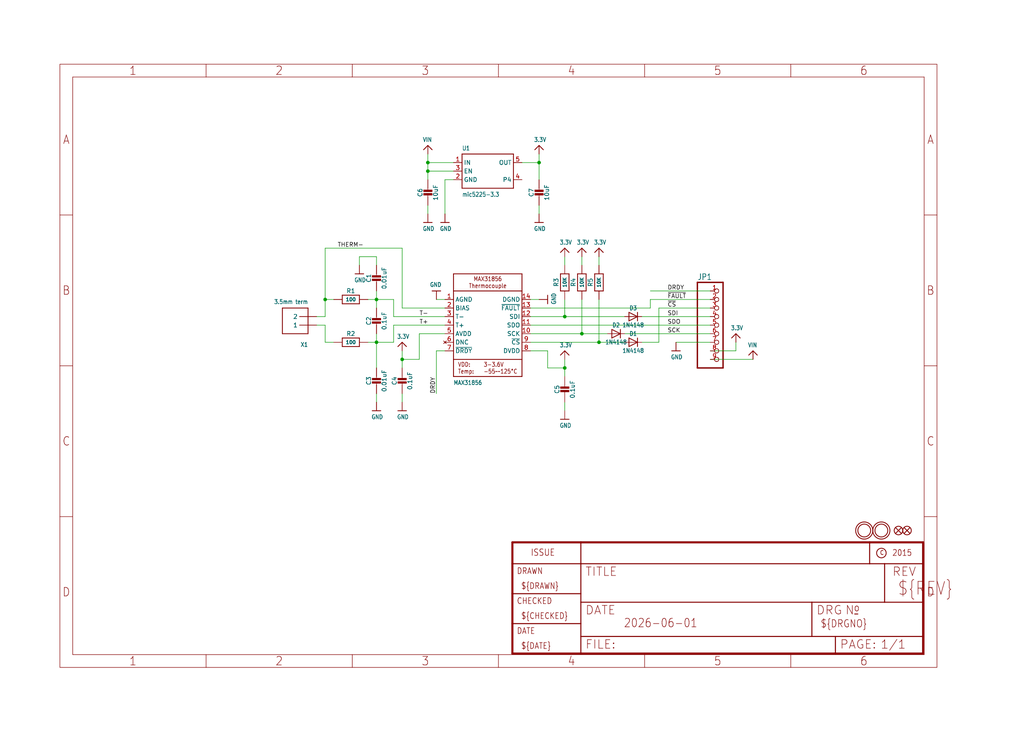
<source format=kicad_sch>
(kicad_sch (version 20230121) (generator eeschema)
  (paper "User" 303.962 217.322)
  (lib_symbols
    (symbol "working-eagle-import:3.3V" (power)
      (property "Value" "3.3V" (at -1.524 1.016 0))
      (symbol "3.3V_1_0"
        (polyline (pts (xy -1.27 -1.27) (xy 0 0)) (stroke (width 0.254)))
        (polyline (pts (xy 0 0) (xy 1.27 -1.27)) (stroke (width 0.254)))
        (pin power_in line (at 0 -2.54 90) (length 2.54) (name "3.3V") (number "1"))
      )
    )
    (symbol "working-eagle-import:CAP_CERAMIC0805-NOOUTLINE"
      (property "Reference" "C" (at -2.29 1.25 90))
      (symbol "CAP_CERAMIC0805-NOOUTLINE_1_0"
        (rectangle (start -1.27 0.508) (end 1.27 1.016) (fill (type outline)))
        (rectangle (start -1.27 1.524) (end 1.27 2.032) (fill (type outline)))
        (polyline (pts (xy 0 0.762) (xy 0 0)) (stroke (width 0.1524)))
        (polyline (pts (xy 0 2.54) (xy 0 1.778)) (stroke (width 0.1524)))
        (pin passive line (at 0 5.08 270) (length 2.54) (name "1") (number "1"))
        (pin passive line (at 0 -2.54 90) (length 2.54) (name "2") (number "2"))
      )
    )
    (symbol "working-eagle-import:CAP_CERAMIC0805_10MGAP"
      (property "Reference" "C" (at -2.29 1.25 90))
      (symbol "CAP_CERAMIC0805_10MGAP_1_0"
        (rectangle (start -1.27 0.508) (end 1.27 1.016) (fill (type outline)))
        (rectangle (start -1.27 1.524) (end 1.27 2.032) (fill (type outline)))
        (polyline (pts (xy 0 0.762) (xy 0 0)) (stroke (width 0.1524)))
        (polyline (pts (xy 0 2.54) (xy 0 1.778)) (stroke (width 0.1524)))
        (pin passive line (at 0 5.08 270) (length 2.54) (name "1") (number "1"))
        (pin passive line (at 0 -2.54 90) (length 2.54) (name "2") (number "2"))
      )
    )
    (symbol "working-eagle-import:DIODESOD-323"
      (property "Reference" "D" (at 0 2.54 0))
      (symbol "DIODESOD-323_1_0"
        (polyline (pts (xy -1.27 -1.27) (xy 1.27 0)) (stroke (width 0.254)))
        (polyline (pts (xy -1.27 1.27) (xy -1.27 -1.27)) (stroke (width 0.254)))
        (polyline (pts (xy 1.27 0) (xy -1.27 1.27)) (stroke (width 0.254)))
        (polyline (pts (xy 1.27 0) (xy 1.27 -1.27)) (stroke (width 0.254)))
        (polyline (pts (xy 1.27 1.27) (xy 1.27 0)) (stroke (width 0.254)))
        (pin passive line (at -2.54 0 0) (length 2.54) (name "A") (number "A"))
        (pin passive line (at 2.54 0 180) (length 2.54) (name "C") (number "C"))
      )
    )
    (symbol "working-eagle-import:FIDUCIAL{dblquote}{dblquote}"
      (symbol "FIDUCIAL{dblquote}{dblquote}_1_0"
        (polyline (pts (xy -0.762 0.762) (xy 0.762 -0.762)) (stroke (width 0.254)))
        (polyline (pts (xy 0.762 0.762) (xy -0.762 -0.762)) (stroke (width 0.254)))
        (circle (center 0 0) (radius 1.27) (stroke (width 0.254)))
      )
    )
    (symbol "working-eagle-import:FRAME_A4"
      (symbol "FRAME_A4_1_0"
        (polyline (pts (xy 0 44.7675) (xy 3.81 44.7675)))
        (polyline (pts (xy 0 89.535) (xy 3.81 89.535)))
        (polyline (pts (xy 0 134.3025) (xy 3.81 134.3025)))
        (polyline (pts (xy 3.81 3.81) (xy 3.81 175.26)))
        (polyline (pts (xy 43.3917 0) (xy 43.3917 3.81)))
        (polyline (pts (xy 43.3917 175.26) (xy 43.3917 179.07)))
        (polyline (pts (xy 86.7833 0) (xy 86.7833 3.81)))
        (polyline (pts (xy 86.7833 175.26) (xy 86.7833 179.07)))
        (polyline (pts (xy 130.175 0) (xy 130.175 3.81)))
        (polyline (pts (xy 130.175 175.26) (xy 130.175 179.07)))
        (polyline (pts (xy 173.5667 0) (xy 173.5667 3.81)))
        (polyline (pts (xy 173.5667 175.26) (xy 173.5667 179.07)))
        (polyline (pts (xy 216.9583 0) (xy 216.9583 3.81)))
        (polyline (pts (xy 216.9583 175.26) (xy 216.9583 179.07)))
        (polyline (pts (xy 256.54 3.81) (xy 3.81 3.81)))
        (polyline (pts (xy 256.54 3.81) (xy 256.54 8.89)) (stroke (width 0.1016)))
        (polyline (pts (xy 256.54 3.81) (xy 256.54 175.26)))
        (polyline (pts (xy 256.54 8.89) (xy 256.54 13.97)) (stroke (width 0.1016)))
        (polyline (pts (xy 256.54 13.97) (xy 256.54 19.05)) (stroke (width 0.1016)))
        (polyline (pts (xy 256.54 19.05) (xy 256.54 36.83)) (stroke (width 0.1016)))
        (polyline (pts (xy 256.54 44.7675) (xy 260.35 44.7675)))
        (polyline (pts (xy 256.54 89.535) (xy 260.35 89.535)))
        (polyline (pts (xy 256.54 134.3025) (xy 260.35 134.3025)))
        (polyline (pts (xy 256.54 175.26) (xy 3.81 175.26)))
        (polyline (pts (xy 0 0) (xy 260.35 0) (xy 260.35 179.07) (xy 0 179.07) (xy 0 0)))
        (text "1" (at 21.6958 1.905 0) (effects (font (size 2.54 2.286))))
        (text "1" (at 21.6958 177.165 0) (effects (font (size 2.54 2.286))))
        (text "2" (at 65.0875 1.905 0) (effects (font (size 2.54 2.286))))
        (text "2" (at 65.0875 177.165 0) (effects (font (size 2.54 2.286))))
        (text "3" (at 108.4792 1.905 0) (effects (font (size 2.54 2.286))))
        (text "3" (at 108.4792 177.165 0) (effects (font (size 2.54 2.286))))
        (text "4" (at 151.8708 1.905 0) (effects (font (size 2.54 2.286))))
        (text "4" (at 151.8708 177.165 0) (effects (font (size 2.54 2.286))))
        (text "5" (at 195.2625 1.905 0) (effects (font (size 2.54 2.286))))
        (text "5" (at 195.2625 177.165 0) (effects (font (size 2.54 2.286))))
        (text "6" (at 238.6542 1.905 0) (effects (font (size 2.54 2.286))))
        (text "6" (at 238.6542 177.165 0) (effects (font (size 2.54 2.286))))
        (text "A" (at 1.905 156.6863 0) (effects (font (size 2.54 2.286))))
        (text "A" (at 258.445 156.6863 0) (effects (font (size 2.54 2.286))))
        (text "B" (at 1.905 111.9188 0) (effects (font (size 2.54 2.286))))
        (text "B" (at 258.445 111.9188 0) (effects (font (size 2.54 2.286))))
        (text "C" (at 1.905 67.1513 0) (effects (font (size 2.54 2.286))))
        (text "C" (at 258.445 67.1513 0) (effects (font (size 2.54 2.286))))
        (text "D" (at 1.905 22.3838 0) (effects (font (size 2.54 2.286))))
        (text "D" (at 258.445 22.3838 0) (effects (font (size 2.54 2.286))))
      )
      (symbol "FRAME_A4_2_0"
        (polyline (pts (xy -0.3048 1.5748) (xy 20.0152 1.5748)) (stroke (width 0.6096)))
        (polyline (pts (xy -0.3048 10.4648) (xy -0.3048 1.5748)) (stroke (width 0.6096)))
        (polyline (pts (xy -0.3048 10.4648) (xy 20.0152 10.4648)) (stroke (width 0.3048)))
        (polyline (pts (xy -0.3048 19.3548) (xy -0.3048 10.4648)) (stroke (width 0.6096)))
        (polyline (pts (xy -0.3048 19.3548) (xy 20.0152 19.3548)) (stroke (width 0.3048)))
        (polyline (pts (xy -0.3048 28.2448) (xy -0.3048 19.3548)) (stroke (width 0.6096)))
        (polyline (pts (xy -0.3048 28.2448) (xy 20.0152 28.2448)) (stroke (width 0.3048)))
        (polyline (pts (xy -0.3048 34.5948) (xy -0.3048 28.2448)) (stroke (width 0.6096)))
        (polyline (pts (xy 20.0152 1.5748) (xy 20.0152 6.6548)) (stroke (width 0.3048)))
        (polyline (pts (xy 20.0152 1.5748) (xy 95.5802 1.5748)) (stroke (width 0.6096)))
        (polyline (pts (xy 20.0152 6.6548) (xy 20.0152 10.4648)) (stroke (width 0.3048)))
        (polyline (pts (xy 20.0152 6.6548) (xy 88.5952 6.6548)) (stroke (width 0.3048)))
        (polyline (pts (xy 20.0152 10.4648) (xy 20.0152 16.8148)) (stroke (width 0.3048)))
        (polyline (pts (xy 20.0152 16.8148) (xy 20.0152 19.3548)) (stroke (width 0.3048)))
        (polyline (pts (xy 20.0152 19.3548) (xy 20.0152 28.2448)) (stroke (width 0.3048)))
        (polyline (pts (xy 20.0152 28.2448) (xy 20.0152 34.5948)) (stroke (width 0.3048)))
        (polyline (pts (xy 20.0152 28.2448) (xy 105.7402 28.2448)) (stroke (width 0.3048)))
        (polyline (pts (xy 20.0152 34.5948) (xy -0.3048 34.5948)) (stroke (width 0.6096)))
        (polyline (pts (xy 88.5952 6.6548) (xy 95.5802 6.6548)) (stroke (width 0.3048)))
        (polyline (pts (xy 88.5952 16.8148) (xy 20.0152 16.8148)) (stroke (width 0.3048)))
        (polyline (pts (xy 88.5952 16.8148) (xy 88.5952 6.6548)) (stroke (width 0.3048)))
        (polyline (pts (xy 95.5802 1.5748) (xy 121.6152 1.5748)) (stroke (width 0.6096)))
        (polyline (pts (xy 95.5802 6.6548) (xy 95.5802 1.5748)) (stroke (width 0.3048)))
        (polyline (pts (xy 95.5802 6.6548) (xy 121.6152 6.6548)) (stroke (width 0.3048)))
        (polyline (pts (xy 101.2952 13.3223) (xy 102.2477 13.3223)) (stroke (width 0.254)))
        (polyline (pts (xy 105.7402 28.2448) (xy 105.7402 34.5948)) (stroke (width 0.3048)))
        (polyline (pts (xy 105.7402 28.2448) (xy 110.1852 28.2448)) (stroke (width 0.3048)))
        (polyline (pts (xy 105.7402 34.5948) (xy 20.0152 34.5948)) (stroke (width 0.6096)))
        (polyline (pts (xy 110.1852 16.8148) (xy 88.5952 16.8148)) (stroke (width 0.3048)))
        (polyline (pts (xy 110.1852 28.2448) (xy 110.1852 16.8148)) (stroke (width 0.3048)))
        (polyline (pts (xy 110.1852 28.2448) (xy 121.6152 28.2448)) (stroke (width 0.3048)))
        (polyline (pts (xy 121.6152 6.6548) (xy 121.6152 1.5748)) (stroke (width 0.6096)))
        (polyline (pts (xy 121.6152 16.8148) (xy 110.1852 16.8148)) (stroke (width 0.3048)))
        (polyline (pts (xy 121.6152 16.8148) (xy 121.6152 6.6548)) (stroke (width 0.6096)))
        (polyline (pts (xy 121.6152 28.2448) (xy 121.6152 16.8148)) (stroke (width 0.6096)))
        (polyline (pts (xy 121.6152 34.5948) (xy 105.7402 34.5948)) (stroke (width 0.6096)))
        (polyline (pts (xy 121.6152 34.5948) (xy 121.6152 28.2448)) (stroke (width 0.6096)))
        (circle (center 109.2327 31.4198) (radius 1.4199) (stroke (width 0.254)))
        (text "${#}/${##}" (at 108.9152 2.8448 0) (effects (font (size 2.54 2.54)) (justify left bottom)))
        (text "${CHECKED}" (at 2.2352 11.7348 0) (effects (font (size 1.778 1.5113)) (justify left bottom)))
        (text "${COMPANY}" (at 23.349 29.6735 0) (effects (font (size 3.175 2.6987) (thickness 0.5397) bold) (justify left bottom)))
        (text "${CURRENT_DATE}" (at 32.7152 9.1948 0) (effects (font (size 2.54 2.159)) (justify left bottom)))
        (text "${DATE}" (at 2.2352 2.8448 0) (effects (font (size 1.778 1.5113)) (justify left bottom)))
        (text "${DRAWN}" (at 2.2352 20.6248 0) (effects (font (size 1.778 1.5113)) (justify left bottom)))
        (text "${DRGNO}" (at 91.1352 9.1948 0) (effects (font (size 2.1844 1.8567)) (justify left bottom)))
        (text "${PROJECTNAME}" (at 33.0327 2.8448 0) (effects (font (size 2.54 2.159)) (justify left bottom)))
        (text "${REV}" (at 113.9952 18.7198 0) (effects (font (size 3.81 3.2385)) (justify left bottom)))
        (text "2015" (at 112.4077 30.4673 0) (effects (font (size 1.778 1.5113)) (justify left bottom)))
        (text "C" (at 108.7564 30.7848 0) (effects (font (size 1.27 1.0795)) (justify left bottom)))
        (text "CHECKED" (at 0.9652 16.1798 0) (effects (font (size 1.778 1.5113)) (justify left bottom)))
        (text "DATE" (at 0.9652 7.2898 0) (effects (font (size 1.778 1.5113)) (justify left bottom)))
        (text "DATE" (at 21.2852 13.0048 0) (effects (font (size 2.54 2.54)) (justify left bottom)))
        (text "DRAWN" (at 0.9652 25.0698 0) (effects (font (size 1.778 1.5113)) (justify left bottom)))
        (text "DRG" (at 89.8652 13.0048 0) (effects (font (size 2.54 2.54)) (justify left bottom)))
        (text "FILE:" (at 21.2852 2.8448 0) (effects (font (size 2.54 2.54)) (justify left bottom)))
        (text "ISSUE" (at 5.0927 30.4673 0) (effects (font (size 1.9304 1.6408)) (justify left bottom)))
        (text "N" (at 98.4377 13.0048 0) (effects (font (size 2.54 2.54)) (justify left bottom)))
        (text "o" (at 100.9777 13.9573 0) (effects (font (size 2.1844 1.8567)) (justify left bottom)))
        (text "PAGE:" (at 96.8502 2.8448 0) (effects (font (size 2.54 2.54)) (justify left bottom)))
        (text "REV" (at 112.4077 24.4348 0) (effects (font (size 2.54 2.54)) (justify left bottom)))
        (text "TITLE" (at 21.2852 24.4348 0) (effects (font (size 2.54 2.54)) (justify left bottom)))
      )
    )
    (symbol "working-eagle-import:GND" (power)
      (property "Value" "GND" (at -1.524 -2.54 0))
      (symbol "GND_1_0"
        (polyline (pts (xy -1.27 0) (xy 1.27 0)) (stroke (width 0.254)))
        (pin power_in line (at 0 2.54 270) (length 2.54) (name "GND") (number "1"))
      )
    )
    (symbol "working-eagle-import:HEADER-1X970MIL"
      (property "Reference" "JP" (at -6.35 13.335 0))
      (symbol "HEADER-1X970MIL_1_0"
        (polyline (pts (xy -6.35 -12.7) (xy 1.27 -12.7)) (stroke (width 0.4064)))
        (polyline (pts (xy -6.35 12.7) (xy -6.35 -12.7)) (stroke (width 0.4064)))
        (polyline (pts (xy 1.27 -12.7) (xy 1.27 12.7)) (stroke (width 0.4064)))
        (polyline (pts (xy 1.27 12.7) (xy -6.35 12.7)) (stroke (width 0.4064)))
        (pin passive inverted (at -2.54 10.16 0) (length 2.54) (name "1") (number "1"))
        (pin passive inverted (at -2.54 7.62 0) (length 2.54) (name "2") (number "2"))
        (pin passive inverted (at -2.54 5.08 0) (length 2.54) (name "3") (number "3"))
        (pin passive inverted (at -2.54 2.54 0) (length 2.54) (name "4") (number "4"))
        (pin passive inverted (at -2.54 0 0) (length 2.54) (name "5") (number "5"))
        (pin passive inverted (at -2.54 -2.54 0) (length 2.54) (name "6") (number "6"))
        (pin passive inverted (at -2.54 -5.08 0) (length 2.54) (name "7") (number "7"))
        (pin passive inverted (at -2.54 -7.62 0) (length 2.54) (name "8") (number "8"))
        (pin passive inverted (at -2.54 -10.16 0) (length 2.54) (name "9") (number "9"))
      )
    )
    (symbol "working-eagle-import:MAX31856"
      (symbol "MAX31856_1_0"
        (polyline (pts (xy -10.16 -15.24) (xy 10.16 -15.24)) (stroke (width 0.254)))
        (polyline (pts (xy -10.16 -10.16) (xy -10.16 -15.24)) (stroke (width 0.254)))
        (polyline (pts (xy -10.16 -10.16) (xy -10.16 10.16)) (stroke (width 0.254)))
        (polyline (pts (xy -10.16 10.16) (xy -10.16 15.24)) (stroke (width 0.254)))
        (polyline (pts (xy -10.16 10.16) (xy 10.16 10.16)) (stroke (width 0.254)))
        (polyline (pts (xy -10.16 15.24) (xy 10.16 15.24)) (stroke (width 0.254)))
        (polyline (pts (xy 10.16 -15.24) (xy 10.16 -10.16)) (stroke (width 0.254)))
        (polyline (pts (xy 10.16 -10.16) (xy -10.16 -10.16)) (stroke (width 0.254)))
        (polyline (pts (xy 10.16 10.16) (xy 10.16 -10.16)) (stroke (width 0.254)))
        (polyline (pts (xy 10.16 15.24) (xy 10.16 10.16)) (stroke (width 0.254)))
        (text "3-3.6V\n-55~~125°C" (at -1.27 -12.7 0) (effects (font (size 1.27 1.0795)) (justify left)))
        (text "MAX31856\nThermocouple" (at 0 12.7 0) (effects (font (size 1.27 1.0795))))
        (text "VDD:\nTemp:" (at -8.89 -12.7 0) (effects (font (size 1.27 1.0795)) (justify left)))
        (pin power_in line (at -12.7 7.62 0) (length 2.54) (name "AGND") (number "1"))
        (pin input line (at 12.7 -2.54 180) (length 2.54) (name "SCK") (number "10"))
        (pin output line (at 12.7 0 180) (length 2.54) (name "SDO") (number "11"))
        (pin input line (at 12.7 2.54 180) (length 2.54) (name "SDI") (number "12"))
        (pin output line (at 12.7 5.08 180) (length 2.54) (name "~{FAULT}") (number "13"))
        (pin power_in line (at 12.7 7.62 180) (length 2.54) (name "DGND") (number "14"))
        (pin power_in line (at -12.7 5.08 0) (length 2.54) (name "BIAS") (number "2"))
        (pin input line (at -12.7 2.54 0) (length 2.54) (name "T-") (number "3"))
        (pin input line (at -12.7 0 0) (length 2.54) (name "T+") (number "4"))
        (pin power_in line (at -12.7 -2.54 0) (length 2.54) (name "AVDD") (number "5"))
        (pin no_connect line (at -12.7 -5.08 0) (length 2.54) (name "DNC") (number "6"))
        (pin output line (at -12.7 -7.62 0) (length 2.54) (name "~{DRDY}") (number "7"))
        (pin power_in line (at 12.7 -7.62 180) (length 2.54) (name "DVDD") (number "8"))
        (pin input line (at 12.7 -5.08 180) (length 2.54) (name "~{CS}") (number "9"))
      )
    )
    (symbol "working-eagle-import:MOUNTINGHOLE2.5"
      (symbol "MOUNTINGHOLE2.5_1_0"
        (circle (center 0 0) (radius 1.905) (stroke (width 0.254)))
        (circle (center 0 0) (radius 2.54) (stroke (width 0.254)))
      )
    )
    (symbol "working-eagle-import:RESISTOR0805_NOOUTLINE"
      (property "Reference" "R" (at 0 2.54 0))
      (symbol "RESISTOR0805_NOOUTLINE_1_0"
        (polyline (pts (xy -2.54 -1.27) (xy -2.54 1.27)) (stroke (width 0.254)))
        (polyline (pts (xy -2.54 1.27) (xy 2.54 1.27)) (stroke (width 0.254)))
        (polyline (pts (xy 2.54 -1.27) (xy -2.54 -1.27)) (stroke (width 0.254)))
        (polyline (pts (xy 2.54 1.27) (xy 2.54 -1.27)) (stroke (width 0.254)))
        (pin passive line (at -5.08 0 0) (length 2.54) (name "1") (number "1"))
        (pin passive line (at 5.08 0 180) (length 2.54) (name "2") (number "2"))
      )
    )
    (symbol "working-eagle-import:TERMBLOCK_1X2"
      (property "Reference" "X" (at -2.54 7.62 0))
      (symbol "TERMBLOCK_1X2_1_0"
        (polyline (pts (xy -2.54 -2.54) (xy 5.08 -2.54)) (stroke (width 0.254)))
        (polyline (pts (xy -2.54 5.08) (xy -2.54 -2.54)) (stroke (width 0.254)))
        (polyline (pts (xy 5.08 -2.54) (xy 5.08 5.08)) (stroke (width 0.254)))
        (polyline (pts (xy 5.08 5.08) (xy -2.54 5.08)) (stroke (width 0.254)))
        (pin passive line (at -5.08 2.54 0) (length 5.08) (name "1") (number "1"))
        (pin passive line (at -5.08 0 0) (length 5.08) (name "2") (number "2"))
      )
    )
    (symbol "working-eagle-import:VIN" (power)
      (property "Value" "VIN" (at -1.524 1.016 0))
      (symbol "VIN_1_0"
        (polyline (pts (xy -1.27 -1.27) (xy 0 0)) (stroke (width 0.254)))
        (polyline (pts (xy 0 0) (xy 1.27 -1.27)) (stroke (width 0.254)))
        (pin power_in line (at 0 -2.54 90) (length 2.54) (name "VIN") (number "1"))
      )
    )
    (symbol "working-eagle-import:VREG_SOT23-5"
      (property "Reference" "U" (at -7.62 6.096 0))
      (symbol "VREG_SOT23-5_1_0"
        (polyline (pts (xy -7.62 -5.08) (xy -7.62 5.08)) (stroke (width 0.254)))
        (polyline (pts (xy -7.62 5.08) (xy 7.62 5.08)) (stroke (width 0.254)))
        (polyline (pts (xy 7.62 -5.08) (xy -7.62 -5.08)) (stroke (width 0.254)))
        (polyline (pts (xy 7.62 5.08) (xy 7.62 -5.08)) (stroke (width 0.254)))
        (pin power_in line (at -10.16 2.54 0) (length 2.54) (name "IN") (number "1"))
        (pin power_in line (at -10.16 -2.54 0) (length 2.54) (name "GND") (number "2"))
        (pin input line (at -10.16 0 0) (length 2.54) (name "EN") (number "3"))
        (pin bidirectional line (at 10.16 -2.54 180) (length 2.54) (name "P4") (number "4"))
        (pin power_in line (at 10.16 2.54 180) (length 2.54) (name "OUT") (number "5"))
      )
    )
  )
  (junction (at 127 48.26))
  (junction (at 172.72 99.06))
  (junction (at 111.76 101.6))
  (junction (at 160.02 48.26))
  (junction (at 96.52 88.9))
  (junction (at 177.8 101.6))
  (junction (at 167.64 93.98))
  (junction (at 167.64 109.22))
  (junction (at 119.38 106.68))
  (junction (at 127 50.8))
  (junction (at 111.76 88.9))
  (wire (pts (xy 172.72 78.74) (xy 172.72 76.2)) (stroke (width 0.1524)))
  (wire (pts (xy 157.48 96.52) (xy 210.82 96.52)) (stroke (width 0.1524)))
  (wire (pts (xy 119.38 91.44) (xy 119.38 73.66)) (stroke (width 0.1524)))
  (wire (pts (xy 162.56 104.14) (xy 162.56 109.22)) (stroke (width 0.1524)))
  (wire (pts (xy 160.02 48.26) (xy 160.02 45.72)) (stroke (width 0.1524)))
  (wire (pts (xy 96.52 96.52) (xy 96.52 101.6)) (stroke (width 0.1524)))
  (wire (pts (xy 93.98 93.98) (xy 96.52 93.98)) (stroke (width 0.1524)))
  (wire (pts (xy 93.98 96.52) (xy 96.52 96.52)) (stroke (width 0.1524)))
  (wire (pts (xy 132.08 99.06) (xy 124.46 99.06)) (stroke (width 0.1524)))
  (wire (pts (xy 193.04 88.9) (xy 210.82 88.9)) (stroke (width 0.1524)))
  (wire (pts (xy 132.08 53.34) (xy 132.08 63.5)) (stroke (width 0.1524)))
  (wire (pts (xy 172.72 88.9) (xy 172.72 99.06)) (stroke (width 0.1524)))
  (wire (pts (xy 106.68 78.74) (xy 106.68 76.2)) (stroke (width 0.1524)))
  (wire (pts (xy 172.72 99.06) (xy 180.34 99.06)) (stroke (width 0.1524)))
  (wire (pts (xy 96.52 93.98) (xy 96.52 88.9)) (stroke (width 0.1524)))
  (wire (pts (xy 162.56 109.22) (xy 167.64 109.22)) (stroke (width 0.1524)))
  (wire (pts (xy 132.08 104.14) (xy 129.54 104.14)) (stroke (width 0.1524)))
  (wire (pts (xy 111.76 101.6) (xy 111.76 109.22)) (stroke (width 0.1524)))
  (wire (pts (xy 119.38 73.66) (xy 96.52 73.66)) (stroke (width 0.1524)))
  (wire (pts (xy 119.38 106.68) (xy 119.38 109.22)) (stroke (width 0.1524)))
  (wire (pts (xy 111.76 101.6) (xy 116.84 101.6)) (stroke (width 0.1524)))
  (wire (pts (xy 210.82 101.6) (xy 200.66 101.6)) (stroke (width 0.1524)))
  (wire (pts (xy 218.44 104.14) (xy 218.44 101.6)) (stroke (width 0.1524)))
  (wire (pts (xy 96.52 73.66) (xy 96.52 88.9)) (stroke (width 0.1524)))
  (wire (pts (xy 185.42 99.06) (xy 210.82 99.06)) (stroke (width 0.1524)))
  (wire (pts (xy 116.84 93.98) (xy 116.84 88.9)) (stroke (width 0.1524)))
  (wire (pts (xy 127 50.8) (xy 127 48.26)) (stroke (width 0.1524)))
  (wire (pts (xy 157.48 104.14) (xy 162.56 104.14)) (stroke (width 0.1524)))
  (wire (pts (xy 167.64 78.74) (xy 167.64 76.2)) (stroke (width 0.1524)))
  (wire (pts (xy 210.82 106.68) (xy 223.52 106.68)) (stroke (width 0.1524)))
  (wire (pts (xy 96.52 101.6) (xy 99.06 101.6)) (stroke (width 0.1524)))
  (wire (pts (xy 132.08 91.44) (xy 119.38 91.44)) (stroke (width 0.1524)))
  (wire (pts (xy 160.02 60.96) (xy 160.02 63.5)) (stroke (width 0.1524)))
  (wire (pts (xy 124.46 106.68) (xy 119.38 106.68)) (stroke (width 0.1524)))
  (wire (pts (xy 106.68 76.2) (xy 111.76 76.2)) (stroke (width 0.1524)))
  (wire (pts (xy 190.5 93.98) (xy 210.82 93.98)) (stroke (width 0.1524)))
  (wire (pts (xy 116.84 96.52) (xy 132.08 96.52)) (stroke (width 0.1524)))
  (wire (pts (xy 127 48.26) (xy 127 45.72)) (stroke (width 0.1524)))
  (wire (pts (xy 111.76 76.2) (xy 111.76 78.74)) (stroke (width 0.1524)))
  (wire (pts (xy 190.5 101.6) (xy 195.58 101.6)) (stroke (width 0.1524)))
  (wire (pts (xy 210.82 104.14) (xy 218.44 104.14)) (stroke (width 0.1524)))
  (wire (pts (xy 157.48 88.9) (xy 160.02 88.9)) (stroke (width 0.1524)))
  (wire (pts (xy 154.94 48.26) (xy 160.02 48.26)) (stroke (width 0.1524)))
  (wire (pts (xy 127 60.96) (xy 127 63.5)) (stroke (width 0.1524)))
  (wire (pts (xy 132.08 88.9) (xy 129.54 88.9)) (stroke (width 0.1524)))
  (wire (pts (xy 109.22 101.6) (xy 111.76 101.6)) (stroke (width 0.1524)))
  (wire (pts (xy 116.84 101.6) (xy 116.84 96.52)) (stroke (width 0.1524)))
  (wire (pts (xy 119.38 116.84) (xy 119.38 119.38)) (stroke (width 0.1524)))
  (wire (pts (xy 111.76 88.9) (xy 111.76 91.44)) (stroke (width 0.1524)))
  (wire (pts (xy 157.48 91.44) (xy 193.04 91.44)) (stroke (width 0.1524)))
  (wire (pts (xy 116.84 88.9) (xy 111.76 88.9)) (stroke (width 0.1524)))
  (wire (pts (xy 134.62 50.8) (xy 127 50.8)) (stroke (width 0.1524)))
  (wire (pts (xy 195.58 91.44) (xy 210.82 91.44)) (stroke (width 0.1524)))
  (wire (pts (xy 157.48 101.6) (xy 177.8 101.6)) (stroke (width 0.1524)))
  (wire (pts (xy 177.8 88.9) (xy 177.8 101.6)) (stroke (width 0.1524)))
  (wire (pts (xy 167.64 93.98) (xy 167.64 88.9)) (stroke (width 0.1524)))
  (wire (pts (xy 111.76 88.9) (xy 111.76 86.36)) (stroke (width 0.1524)))
  (wire (pts (xy 109.22 88.9) (xy 111.76 88.9)) (stroke (width 0.1524)))
  (wire (pts (xy 177.8 78.74) (xy 177.8 76.2)) (stroke (width 0.1524)))
  (wire (pts (xy 195.58 101.6) (xy 195.58 91.44)) (stroke (width 0.1524)))
  (wire (pts (xy 167.64 93.98) (xy 185.42 93.98)) (stroke (width 0.1524)))
  (wire (pts (xy 210.82 86.36) (xy 193.04 86.36)) (stroke (width 0.1524)))
  (wire (pts (xy 167.64 109.22) (xy 167.64 106.68)) (stroke (width 0.1524)))
  (wire (pts (xy 132.08 93.98) (xy 116.84 93.98)) (stroke (width 0.1524)))
  (wire (pts (xy 111.76 101.6) (xy 111.76 99.06)) (stroke (width 0.1524)))
  (wire (pts (xy 129.54 104.14) (xy 129.54 116.84)) (stroke (width 0.1524)))
  (wire (pts (xy 96.52 88.9) (xy 99.06 88.9)) (stroke (width 0.1524)))
  (wire (pts (xy 124.46 99.06) (xy 124.46 106.68)) (stroke (width 0.1524)))
  (wire (pts (xy 193.04 91.44) (xy 193.04 88.9)) (stroke (width 0.1524)))
  (wire (pts (xy 111.76 116.84) (xy 111.76 119.38)) (stroke (width 0.1524)))
  (wire (pts (xy 167.64 111.76) (xy 167.64 109.22)) (stroke (width 0.1524)))
  (wire (pts (xy 157.48 99.06) (xy 172.72 99.06)) (stroke (width 0.1524)))
  (wire (pts (xy 134.62 48.26) (xy 127 48.26)) (stroke (width 0.1524)))
  (wire (pts (xy 127 50.8) (xy 127 53.34)) (stroke (width 0.1524)))
  (wire (pts (xy 167.64 119.38) (xy 167.64 121.92)) (stroke (width 0.1524)))
  (wire (pts (xy 134.62 53.34) (xy 132.08 53.34)) (stroke (width 0.1524)))
  (wire (pts (xy 177.8 101.6) (xy 185.42 101.6)) (stroke (width 0.1524)))
  (wire (pts (xy 157.48 93.98) (xy 167.64 93.98)) (stroke (width 0.1524)))
  (wire (pts (xy 160.02 48.26) (xy 160.02 53.34)) (stroke (width 0.1524)))
  (wire (pts (xy 119.38 106.68) (xy 119.38 104.14)) (stroke (width 0.1524)))
  (label "DRDY" (at 129.54 116.84 90) (effects (font (size 1.2446 1.2446))))
  (label "SCK" (at 198.12 99.06 0) (effects (font (size 1.2446 1.2446))))
  (label "SDI" (at 198.12 93.98 0) (effects (font (size 1.2446 1.2446))))
  (label "SDO" (at 198.12 96.52 0) (effects (font (size 1.2446 1.2446))))
  (label "~{CS}" (at 198.12 91.44 0) (effects (font (size 1.2446 1.2446))))
  (label "T-" (at 124.46 93.98 0) (effects (font (size 1.2446 1.2446))))
  (label "~{FAULT}" (at 198.12 88.9 0) (effects (font (size 1.2446 1.2446))))
  (label "T+" (at 124.46 96.52 0) (effects (font (size 1.2446 1.2446))))
  (label "DRDY" (at 198.12 86.36 0) (effects (font (size 1.2446 1.2446))))
  (label "THERM-" (at 107.95 73.66 180) (effects (font (size 1.2446 1.2446))))
  (symbol (lib_id "working-eagle-import:RESISTOR0805_NOOUTLINE") (at 177.8 83.82 90) (unit 1)
    (property "Reference" "R5" (at 175.26 83.82 0))
    (property "Value" "10K" (at 177.8 83.82 0) (effects (font (size 1.016 1.016) bold)))
    (property "Footprint" "working:0805-NO" (effects hide))
  )
  (symbol (lib_id "working-eagle-import:TERMBLOCK_1X2") (at 88.9 93.98 180) (unit 1)
    (property "Reference" "X1" (at 91.44 101.6 0) (effects (font (size 1.27 1.0795)) (justify left bottom)))
    (property "Value" "3.5mm term" (at 91.44 88.9 0) (effects (font (size 1.27 1.0795)) (justify left bottom)))
    (property "Footprint" "working:TERMBLOCK_1X2-3.5MM" (effects hide))
  )
  (symbol (lib_id "working-eagle-import:GND") (at 167.64 124.46 0) (unit 1)
    (property "Reference" "#U$6" (effects hide))
    (property "Value" "GND" (at 166.116 127 0) (effects (font (size 1.27 1.0795)) (justify left bottom)))
  )
  (symbol (lib_id "working-eagle-import:VREG_SOT23-5") (at 144.78 50.8 0) (unit 1)
    (property "Reference" "U1" (at 137.16 44.704 0) (effects (font (size 1.27 1.0795)) (justify left bottom)))
    (property "Value" "mic5225-3.3" (at 137.16 58.42 0) (effects (font (size 1.27 1.0795)) (justify left bottom)))
    (property "Footprint" "working:SOT23-5" (effects hide))
  )
  (symbol (lib_id "working-eagle-import:GND") (at 111.76 121.92 0) (unit 1)
    (property "Reference" "#U$3" (effects hide))
    (property "Value" "GND" (at 110.236 124.46 0) (effects (font (size 1.27 1.0795)) (justify left bottom)))
  )
  (symbol (lib_id "working-eagle-import:3.3V") (at 167.64 104.14 0) (unit 1)
    (property "Reference" "#U$7" (effects hide))
    (property "Value" "3.3V" (at 166.116 103.124 0) (effects (font (size 1.27 1.0795)) (justify left bottom)))
  )
  (symbol (lib_id "working-eagle-import:DIODESOD-323") (at 187.96 101.6 0) (unit 1)
    (property "Reference" "D1" (at 187.96 99.06 0) (effects (font (size 1.27 1.0795))))
    (property "Value" "1N4148" (at 187.96 104.1 0) (effects (font (size 1.27 1.0795))))
    (property "Footprint" "working:SOD-323" (effects hide))
  )
  (symbol (lib_id "working-eagle-import:MOUNTINGHOLE2.5") (at 256.54 157.48 0) (unit 1)
    (property "Reference" "U$14" (effects hide))
    (property "Value" "MOUNTINGHOLE2.5" (effects hide))
    (property "Footprint" "working:MOUNTINGHOLE_2.5_PLATED" (effects hide))
  )
  (symbol (lib_id "working-eagle-import:VIN") (at 223.52 104.14 0) (unit 1)
    (property "Reference" "#U$22" (effects hide))
    (property "Value" "VIN" (at 221.996 103.124 0) (effects (font (size 1.27 1.0795)) (justify left bottom)))
  )
  (symbol (lib_id "working-eagle-import:GND") (at 160.02 66.04 0) (unit 1)
    (property "Reference" "#U$17" (effects hide))
    (property "Value" "GND" (at 158.496 68.58 0) (effects (font (size 1.27 1.0795)) (justify left bottom)))
  )
  (symbol (lib_id "working-eagle-import:3.3V") (at 119.38 101.6 0) (unit 1)
    (property "Reference" "#U$4" (effects hide))
    (property "Value" "3.3V" (at 117.856 100.584 0) (effects (font (size 1.27 1.0795)) (justify left bottom)))
  )
  (symbol (lib_id "working-eagle-import:3.3V") (at 172.72 73.66 0) (unit 1)
    (property "Reference" "#U$11" (effects hide))
    (property "Value" "3.3V" (at 171.196 72.644 0) (effects (font (size 1.27 1.0795)) (justify left bottom)))
  )
  (symbol (lib_id "working-eagle-import:GND") (at 127 66.04 0) (unit 1)
    (property "Reference" "#U$16" (effects hide))
    (property "Value" "GND" (at 125.476 68.58 0) (effects (font (size 1.27 1.0795)) (justify left bottom)))
  )
  (symbol (lib_id "working-eagle-import:RESISTOR0805_NOOUTLINE") (at 104.14 101.6 0) (unit 1)
    (property "Reference" "R2" (at 104.14 99.06 0))
    (property "Value" "100" (at 104.14 101.6 0) (effects (font (size 1.016 1.016) bold)))
    (property "Footprint" "working:0805-NO" (effects hide))
  )
  (symbol (lib_id "working-eagle-import:FIDUCIAL{dblquote}{dblquote}") (at 269.24 157.48 0) (unit 1)
    (property "Reference" "FID1" (effects hide))
    (property "Value" "FIDUCIAL{dblquote}{dblquote}" (effects hide))
    (property "Footprint" "working:FIDUCIAL_1MM" (effects hide))
  )
  (symbol (lib_id "working-eagle-import:3.3V") (at 218.44 99.06 0) (unit 1)
    (property "Reference" "#U$21" (effects hide))
    (property "Value" "3.3V" (at 216.916 98.044 0) (effects (font (size 1.27 1.0795)) (justify left bottom)))
  )
  (symbol (lib_id "working-eagle-import:CAP_CERAMIC0805-NOOUTLINE") (at 160.02 58.42 0) (unit 1)
    (property "Reference" "C7" (at 157.73 57.17 90))
    (property "Value" "10uF" (at 162.32 57.17 90))
    (property "Footprint" "working:0805-NO" (effects hide))
  )
  (symbol (lib_id "working-eagle-import:RESISTOR0805_NOOUTLINE") (at 172.72 83.82 90) (unit 1)
    (property "Reference" "R4" (at 170.18 83.82 0))
    (property "Value" "10K" (at 172.72 83.82 0) (effects (font (size 1.016 1.016) bold)))
    (property "Footprint" "working:0805-NO" (effects hide))
  )
  (symbol (lib_id "working-eagle-import:HEADER-1X970MIL") (at 213.36 96.52 0) (unit 1)
    (property "Reference" "JP1" (at 207.01 83.185 0) (effects (font (size 1.778 1.5113)) (justify left bottom)))
    (property "Value" "HEADER-1X970MIL" (effects hide))
    (property "Footprint" "working:1X09_ROUND_70" (effects hide))
  )
  (symbol (lib_id "working-eagle-import:GND") (at 106.68 81.28 0) (unit 1)
    (property "Reference" "#U$2" (effects hide))
    (property "Value" "GND" (at 105.156 83.82 0) (effects (font (size 1.27 1.0795)) (justify left bottom)))
  )
  (symbol (lib_id "working-eagle-import:RESISTOR0805_NOOUTLINE") (at 167.64 83.82 90) (unit 1)
    (property "Reference" "R3" (at 165.1 83.82 0))
    (property "Value" "10K" (at 167.64 83.82 0) (effects (font (size 1.016 1.016) bold)))
    (property "Footprint" "working:0805-NO" (effects hide))
  )
  (symbol (lib_id "working-eagle-import:CAP_CERAMIC0805_10MGAP") (at 111.76 83.82 0) (unit 1)
    (property "Reference" "C1" (at 109.47 82.57 90))
    (property "Value" "0.01uF" (at 114.06 82.57 90))
    (property "Footprint" "working:0805_10MGAP" (effects hide))
  )
  (symbol (lib_id "working-eagle-import:MOUNTINGHOLE2.5") (at 261.62 157.48 0) (unit 1)
    (property "Reference" "U$13" (effects hide))
    (property "Value" "MOUNTINGHOLE2.5" (effects hide))
    (property "Footprint" "working:MOUNTINGHOLE_2.5_PLATED" (effects hide))
  )
  (symbol (lib_id "working-eagle-import:CAP_CERAMIC0805-NOOUTLINE") (at 111.76 114.3 0) (unit 1)
    (property "Reference" "C3" (at 109.47 113.05 90))
    (property "Value" "0.01uF" (at 114.06 113.05 90))
    (property "Footprint" "working:0805-NO" (effects hide))
  )
  (symbol (lib_id "working-eagle-import:MAX31856") (at 144.78 96.52 0) (unit 1)
    (property "Reference" "U2" (effects hide))
    (property "Value" "MAX31856" (at 134.62 114.3 0) (effects (font (size 1.27 1.0795)) (justify left bottom)))
    (property "Footprint" "working:TSSOP14" (effects hide))
  )
  (symbol (lib_id "working-eagle-import:GND") (at 162.56 88.9 90) (unit 1)
    (property "Reference" "#U$9" (effects hide))
    (property "Value" "GND" (at 165.1 90.424 0) (effects (font (size 1.27 1.0795)) (justify left bottom)))
  )
  (symbol (lib_id "working-eagle-import:GND") (at 129.54 86.36 180) (unit 1)
    (property "Reference" "#U$8" (effects hide))
    (property "Value" "GND" (at 131.064 83.82 0) (effects (font (size 1.27 1.0795)) (justify left bottom)))
  )
  (symbol (lib_id "working-eagle-import:GND") (at 119.38 121.92 0) (unit 1)
    (property "Reference" "#U$5" (effects hide))
    (property "Value" "GND" (at 117.856 124.46 0) (effects (font (size 1.27 1.0795)) (justify left bottom)))
  )
  (symbol (lib_id "working-eagle-import:3.3V") (at 160.02 43.18 0) (unit 1)
    (property "Reference" "#U$19" (effects hide))
    (property "Value" "3.3V" (at 158.496 42.164 0) (effects (font (size 1.27 1.0795)) (justify left bottom)))
  )
  (symbol (lib_id "working-eagle-import:DIODESOD-323") (at 187.96 93.98 0) (unit 1)
    (property "Reference" "D3" (at 187.96 91.44 0) (effects (font (size 1.27 1.0795))))
    (property "Value" "1N4148" (at 187.96 96.48 0) (effects (font (size 1.27 1.0795))))
    (property "Footprint" "working:SOD-323" (effects hide))
  )
  (symbol (lib_id "working-eagle-import:FRAME_A4") (at 152.4 195.58 0) (unit 2)
    (property "Reference" "#FRAME1" (effects hide))
    (property "Value" "FRAME_A4" (effects hide))
  )
  (symbol (lib_id "working-eagle-import:CAP_CERAMIC0805-NOOUTLINE") (at 111.76 96.52 0) (unit 1)
    (property "Reference" "C2" (at 109.47 95.27 90))
    (property "Value" "0.1uF" (at 114.06 95.27 90))
    (property "Footprint" "working:0805-NO" (effects hide))
  )
  (symbol (lib_id "working-eagle-import:RESISTOR0805_NOOUTLINE") (at 104.14 88.9 0) (unit 1)
    (property "Reference" "R1" (at 104.14 86.36 0))
    (property "Value" "100" (at 104.14 88.9 0) (effects (font (size 1.016 1.016) bold)))
    (property "Footprint" "working:0805-NO" (effects hide))
  )
  (symbol (lib_id "working-eagle-import:3.3V") (at 167.64 73.66 0) (unit 1)
    (property "Reference" "#U$10" (effects hide))
    (property "Value" "3.3V" (at 166.116 72.644 0) (effects (font (size 1.27 1.0795)) (justify left bottom)))
  )
  (symbol (lib_id "working-eagle-import:CAP_CERAMIC0805-NOOUTLINE") (at 127 58.42 0) (unit 1)
    (property "Reference" "C6" (at 124.71 57.17 90))
    (property "Value" "10uF" (at 129.3 57.17 90))
    (property "Footprint" "working:0805-NO" (effects hide))
  )
  (symbol (lib_id "working-eagle-import:CAP_CERAMIC0805-NOOUTLINE") (at 167.64 116.84 0) (unit 1)
    (property "Reference" "C5" (at 165.35 115.59 90))
    (property "Value" "0.1uF" (at 169.94 115.59 90))
    (property "Footprint" "working:0805-NO" (effects hide))
  )
  (symbol (lib_id "working-eagle-import:CAP_CERAMIC0805-NOOUTLINE") (at 119.38 114.3 0) (unit 1)
    (property "Reference" "C4" (at 117.09 113.05 90))
    (property "Value" "0.1uF" (at 121.68 113.05 90))
    (property "Footprint" "working:0805-NO" (effects hide))
  )
  (symbol (lib_id "working-eagle-import:3.3V") (at 177.8 73.66 0) (unit 1)
    (property "Reference" "#U$12" (effects hide))
    (property "Value" "3.3V" (at 176.276 72.644 0) (effects (font (size 1.27 1.0795)) (justify left bottom)))
  )
  (symbol (lib_id "working-eagle-import:FIDUCIAL{dblquote}{dblquote}") (at 266.7 157.48 0) (unit 1)
    (property "Reference" "FID2" (effects hide))
    (property "Value" "FIDUCIAL{dblquote}{dblquote}" (effects hide))
    (property "Footprint" "working:FIDUCIAL_1MM" (effects hide))
  )
  (symbol (lib_id "working-eagle-import:GND") (at 200.66 104.14 0) (unit 1)
    (property "Reference" "#U$20" (effects hide))
    (property "Value" "GND" (at 199.136 106.68 0) (effects (font (size 1.27 1.0795)) (justify left bottom)))
  )
  (symbol (lib_id "working-eagle-import:FRAME_A4") (at 17.78 198.12 0) (unit 1)
    (property "Reference" "#FRAME1" (effects hide))
    (property "Value" "FRAME_A4" (effects hide))
  )
  (symbol (lib_id "working-eagle-import:DIODESOD-323") (at 182.88 99.06 0) (unit 1)
    (property "Reference" "D2" (at 182.88 96.52 0) (effects (font (size 1.27 1.0795))))
    (property "Value" "1N4148" (at 182.88 101.56 0) (effects (font (size 1.27 1.0795))))
    (property "Footprint" "working:SOD-323" (effects hide))
  )
  (symbol (lib_id "working-eagle-import:VIN") (at 127 43.18 0) (unit 1)
    (property "Reference" "#U$15" (effects hide))
    (property "Value" "VIN" (at 125.476 42.164 0) (effects (font (size 1.27 1.0795)) (justify left bottom)))
  )
  (symbol (lib_id "working-eagle-import:GND") (at 132.08 66.04 0) (unit 1)
    (property "Reference" "#U$18" (effects hide))
    (property "Value" "GND" (at 130.556 68.58 0) (effects (font (size 1.27 1.0795)) (justify left bottom)))
  )
)
</source>
